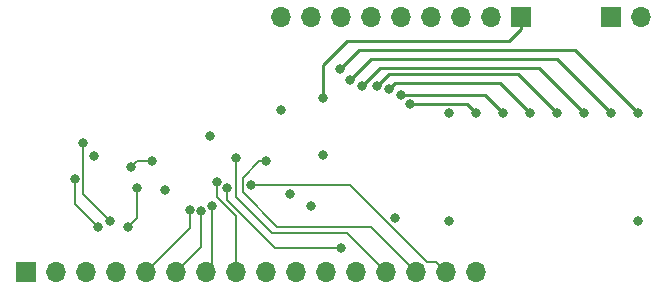
<source format=gbr>
%TF.GenerationSoftware,KiCad,Pcbnew,(5.1.10-1-10_14)*%
%TF.CreationDate,2021-12-18T11:23:09-05:00*%
%TF.ProjectId,Modules,4d6f6475-6c65-4732-9e6b-696361645f70,rev?*%
%TF.SameCoordinates,Original*%
%TF.FileFunction,Copper,L4,Bot*%
%TF.FilePolarity,Positive*%
%FSLAX46Y46*%
G04 Gerber Fmt 4.6, Leading zero omitted, Abs format (unit mm)*
G04 Created by KiCad (PCBNEW (5.1.10-1-10_14)) date 2021-12-18 11:23:09*
%MOMM*%
%LPD*%
G01*
G04 APERTURE LIST*
%TA.AperFunction,ComponentPad*%
%ADD10R,1.700000X1.700000*%
%TD*%
%TA.AperFunction,ComponentPad*%
%ADD11O,1.700000X1.700000*%
%TD*%
%TA.AperFunction,ViaPad*%
%ADD12C,0.800000*%
%TD*%
%TA.AperFunction,Conductor*%
%ADD13C,0.200000*%
%TD*%
%TA.AperFunction,Conductor*%
%ADD14C,0.250000*%
%TD*%
G04 APERTURE END LIST*
D10*
%TO.P,J3,1*%
%TO.N,~OUTPUT*%
X175514000Y-105156000D03*
D11*
%TO.P,J3,2*%
%TO.N,Q0*%
X172974000Y-105156000D03*
%TO.P,J3,3*%
%TO.N,Q1*%
X170434000Y-105156000D03*
%TO.P,J3,4*%
%TO.N,Q2*%
X167894000Y-105156000D03*
%TO.P,J3,5*%
%TO.N,Q3*%
X165354000Y-105156000D03*
%TO.P,J3,6*%
%TO.N,Q4*%
X162814000Y-105156000D03*
%TO.P,J3,7*%
%TO.N,Q5*%
X160274000Y-105156000D03*
%TO.P,J3,8*%
%TO.N,Q6*%
X157734000Y-105156000D03*
%TO.P,J3,9*%
%TO.N,Q7*%
X155194000Y-105156000D03*
%TD*%
%TO.P,J2,2*%
%TO.N,GND*%
X185674000Y-105156000D03*
D10*
%TO.P,J2,1*%
%TO.N,VCC*%
X183134000Y-105156000D03*
%TD*%
D11*
%TO.P,J1,16*%
%TO.N,A0*%
X171704000Y-126746000D03*
%TO.P,J1,15*%
%TO.N,A1*%
X169164000Y-126746000D03*
%TO.P,J1,14*%
%TO.N,A2*%
X166624000Y-126746000D03*
%TO.P,J1,13*%
%TO.N,A3*%
X164084000Y-126746000D03*
%TO.P,J1,12*%
%TO.N,A4*%
X161544000Y-126746000D03*
%TO.P,J1,11*%
%TO.N,A5*%
X159004000Y-126746000D03*
%TO.P,J1,10*%
%TO.N,A6*%
X156464000Y-126746000D03*
%TO.P,J1,9*%
%TO.N,A7*%
X153924000Y-126746000D03*
%TO.P,J1,8*%
%TO.N,B0*%
X151384000Y-126746000D03*
%TO.P,J1,7*%
%TO.N,B1*%
X148844000Y-126746000D03*
%TO.P,J1,6*%
%TO.N,B2*%
X146304000Y-126746000D03*
%TO.P,J1,5*%
%TO.N,B3*%
X143764000Y-126746000D03*
%TO.P,J1,4*%
%TO.N,B4*%
X141224000Y-126746000D03*
%TO.P,J1,3*%
%TO.N,B5*%
X138684000Y-126746000D03*
%TO.P,J1,2*%
%TO.N,B6*%
X136144000Y-126746000D03*
D10*
%TO.P,J1,1*%
%TO.N,B7*%
X133604000Y-126746000D03*
%TD*%
D12*
%TO.N,A0*%
X150622000Y-119634000D03*
X160274000Y-124714000D03*
%TO.N,A1*%
X152654000Y-119380000D03*
%TO.N,A2*%
X153924000Y-117348000D03*
%TO.N,A3*%
X151384000Y-117094000D03*
%TO.N,A5*%
X143002000Y-119634000D03*
X142240000Y-122936000D03*
%TO.N,A6*%
X138430000Y-115824000D03*
X140716000Y-122428000D03*
%TO.N,A7*%
X137729990Y-118872000D03*
X139700000Y-122936000D03*
%TO.N,B0*%
X149789940Y-119079294D03*
%TO.N,B1*%
X149369315Y-121149612D03*
%TO.N,B2*%
X148466180Y-121578999D03*
%TO.N,B3*%
X147471275Y-121478157D03*
%TO.N,B6*%
X144272000Y-117348000D03*
X142495411Y-117847506D03*
%TO.N,GND*%
X155956000Y-120142000D03*
X145377750Y-119792218D03*
X164846000Y-122174000D03*
X155194000Y-113030000D03*
X185420000Y-122428000D03*
X169418000Y-122428000D03*
%TO.N,VCC*%
X149166500Y-115247500D03*
X139398107Y-116881859D03*
X157734000Y-121158000D03*
X158750000Y-116840000D03*
%TO.N,Q7*%
X169418000Y-113284000D03*
%TO.N,Q6*%
X171704000Y-113284000D03*
X166116000Y-112522000D03*
%TO.N,Q5*%
X173990000Y-113284000D03*
X165354000Y-111760000D03*
%TO.N,Q4*%
X176276000Y-113284000D03*
X164338000Y-111252000D03*
%TO.N,Q3*%
X178562000Y-113284000D03*
X163322000Y-110998000D03*
%TO.N,Q2*%
X180848000Y-113284000D03*
X162052000Y-110998000D03*
%TO.N,Q1*%
X183134000Y-113284000D03*
X161036000Y-110490000D03*
%TO.N,Q0*%
X185420000Y-113284000D03*
X160185000Y-109563000D03*
%TO.N,~OUTPUT*%
X158750000Y-112014000D03*
%TD*%
D13*
%TO.N,A0*%
X150622000Y-120650000D02*
X154686000Y-124714000D01*
X150622000Y-119634000D02*
X150622000Y-120650000D01*
X154686000Y-124714000D02*
X160274000Y-124714000D01*
%TO.N,A1*%
X169164000Y-126746000D02*
X168314001Y-125896001D01*
X167531999Y-125896001D02*
X161015998Y-119380000D01*
X161015998Y-119380000D02*
X153219685Y-119380000D01*
X153219685Y-119380000D02*
X152654000Y-119380000D01*
X168314001Y-125896001D02*
X167531999Y-125896001D01*
%TO.N,A2*%
X166624000Y-126746000D02*
X162814000Y-122936000D01*
X151953998Y-118752317D02*
X153358315Y-117348000D01*
X162814000Y-122936000D02*
X154882300Y-122936000D01*
X153358315Y-117348000D02*
X153924000Y-117348000D01*
X154882300Y-122936000D02*
X151953998Y-120007698D01*
X151953998Y-120007698D02*
X151953998Y-118752317D01*
%TO.N,A3*%
X151384000Y-117094000D02*
X151384000Y-120396000D01*
X151384000Y-120396000D02*
X154432000Y-123444000D01*
X160782000Y-123444000D02*
X164084000Y-126746000D01*
X154432000Y-123444000D02*
X160782000Y-123444000D01*
%TO.N,A5*%
X143002000Y-122174000D02*
X142240000Y-122936000D01*
X143002000Y-119634000D02*
X143002000Y-122174000D01*
%TO.N,A6*%
X138430000Y-120142000D02*
X140716000Y-122428000D01*
X138430000Y-115824000D02*
X138430000Y-120142000D01*
%TO.N,A7*%
X137729990Y-120965990D02*
X139700000Y-122936000D01*
X137729990Y-118872000D02*
X137729990Y-120965990D01*
%TO.N,B0*%
X151384000Y-121977700D02*
X149789940Y-120383640D01*
X151384000Y-126746000D02*
X151384000Y-121977700D01*
X149789940Y-120383640D02*
X149789940Y-119079294D01*
%TO.N,B1*%
X148844000Y-126746000D02*
X149369315Y-126220685D01*
X149369315Y-126220685D02*
X149369315Y-121149612D01*
%TO.N,B2*%
X148466180Y-124583820D02*
X148466180Y-121578999D01*
X146304000Y-126746000D02*
X148466180Y-124583820D01*
%TO.N,B3*%
X143764000Y-126746000D02*
X147471275Y-123038725D01*
X147471275Y-123038725D02*
X147471275Y-121478157D01*
%TO.N,B6*%
X144272000Y-117348000D02*
X142994917Y-117348000D01*
X142994917Y-117348000D02*
X142495411Y-117847506D01*
D14*
%TO.N,Q6*%
X170942000Y-112522000D02*
X171704000Y-113284000D01*
X166116000Y-112522000D02*
X170942000Y-112522000D01*
%TO.N,Q5*%
X172466000Y-111760000D02*
X173990000Y-113284000D01*
X165354000Y-111760000D02*
X172466000Y-111760000D01*
%TO.N,Q4*%
X164338000Y-111252000D02*
X164846000Y-110744000D01*
X173736000Y-110744000D02*
X176276000Y-113284000D01*
X164846000Y-110744000D02*
X173736000Y-110744000D01*
%TO.N,Q3*%
X178562000Y-113284000D02*
X175260000Y-109982000D01*
X175260000Y-109982000D02*
X164338000Y-109982000D01*
X164338000Y-109982000D02*
X163322000Y-110998000D01*
%TO.N,Q2*%
X162052000Y-110998000D02*
X163576000Y-109474000D01*
X177038000Y-109474000D02*
X180848000Y-113284000D01*
X163576000Y-109474000D02*
X177038000Y-109474000D01*
%TO.N,Q1*%
X183134000Y-113284000D02*
X178562000Y-108712000D01*
X178562000Y-108712000D02*
X163068000Y-108712000D01*
X163068000Y-108712000D02*
X162814000Y-108712000D01*
X161798000Y-109728000D02*
X161036000Y-110490000D01*
X162814000Y-108712000D02*
X161798000Y-109728000D01*
%TO.N,Q0*%
X160185000Y-109563000D02*
X161798000Y-107950000D01*
X180086000Y-107950000D02*
X185420000Y-113284000D01*
X161798000Y-107950000D02*
X180086000Y-107950000D01*
%TO.N,~OUTPUT*%
X175514000Y-105156000D02*
X175514000Y-106172000D01*
X175514000Y-106172000D02*
X174498000Y-107188000D01*
X174498000Y-107188000D02*
X160782000Y-107188000D01*
X160782000Y-107188000D02*
X158750000Y-109220000D01*
X158750000Y-109220000D02*
X158750000Y-112014000D01*
%TD*%
M02*

</source>
